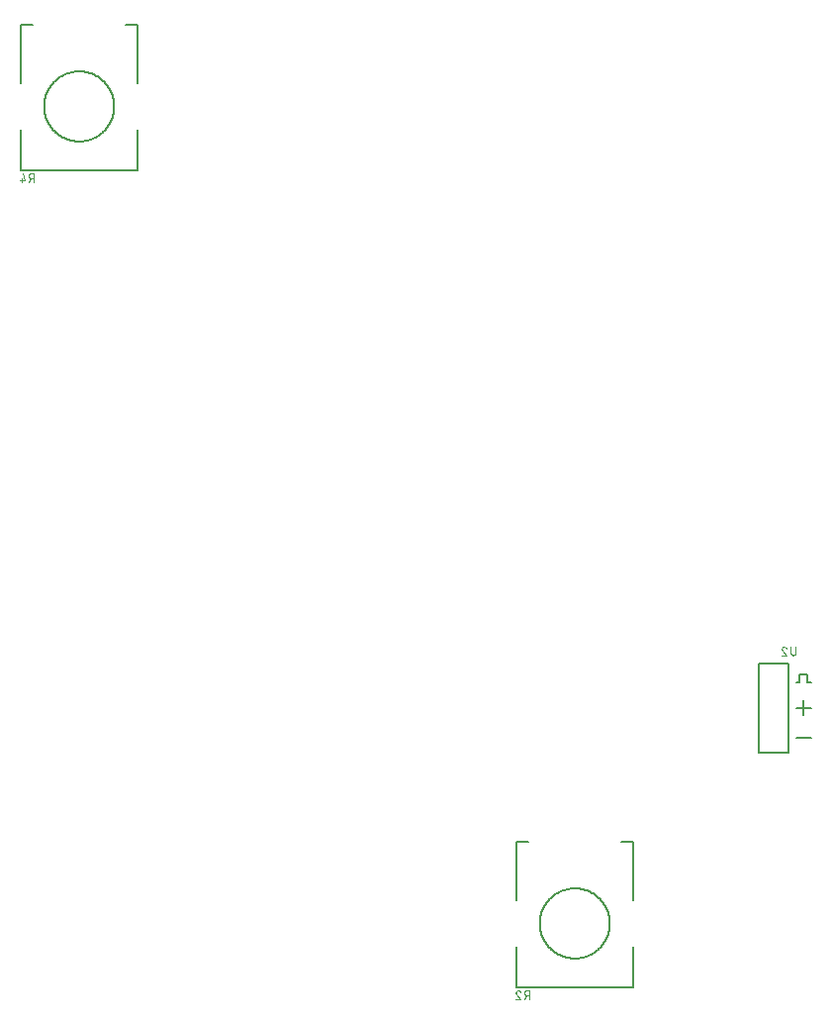
<source format=gbr>
G04 EAGLE Gerber RS-274X export*
G75*
%MOMM*%
%FSLAX34Y34*%
%LPD*%
%INSilkscreen Bottom*%
%IPPOS*%
%AMOC8*
5,1,8,0,0,1.08239X$1,22.5*%
G01*
%ADD10C,0.127000*%
%ADD11C,0.076200*%
%ADD12C,0.101600*%


D10*
X551980Y193040D02*
X551980Y143040D01*
X551980Y103040D02*
X551980Y68040D01*
X651980Y68040D01*
X651980Y103040D01*
X651980Y143040D02*
X651980Y193040D01*
X641980Y193040D01*
X561980Y193040D02*
X551980Y193040D01*
X571980Y123040D02*
X571989Y123776D01*
X572016Y124512D01*
X572061Y125247D01*
X572124Y125981D01*
X572206Y126712D01*
X572305Y127442D01*
X572422Y128169D01*
X572556Y128893D01*
X572709Y129613D01*
X572879Y130329D01*
X573067Y131041D01*
X573272Y131749D01*
X573494Y132450D01*
X573734Y133147D01*
X573990Y133837D01*
X574264Y134521D01*
X574554Y135197D01*
X574860Y135867D01*
X575183Y136528D01*
X575522Y137182D01*
X575877Y137827D01*
X576248Y138463D01*
X576634Y139090D01*
X577036Y139707D01*
X577452Y140314D01*
X577884Y140911D01*
X578330Y141497D01*
X578790Y142072D01*
X579264Y142635D01*
X579751Y143187D01*
X580253Y143726D01*
X580767Y144253D01*
X581294Y144767D01*
X581833Y145269D01*
X582385Y145756D01*
X582948Y146230D01*
X583523Y146690D01*
X584109Y147136D01*
X584706Y147568D01*
X585313Y147984D01*
X585930Y148386D01*
X586557Y148772D01*
X587193Y149143D01*
X587838Y149498D01*
X588492Y149837D01*
X589153Y150160D01*
X589823Y150466D01*
X590499Y150756D01*
X591183Y151030D01*
X591873Y151286D01*
X592570Y151526D01*
X593271Y151748D01*
X593979Y151953D01*
X594691Y152141D01*
X595407Y152311D01*
X596127Y152464D01*
X596851Y152598D01*
X597578Y152715D01*
X598308Y152814D01*
X599039Y152896D01*
X599773Y152959D01*
X600508Y153004D01*
X601244Y153031D01*
X601980Y153040D01*
X602716Y153031D01*
X603452Y153004D01*
X604187Y152959D01*
X604921Y152896D01*
X605652Y152814D01*
X606382Y152715D01*
X607109Y152598D01*
X607833Y152464D01*
X608553Y152311D01*
X609269Y152141D01*
X609981Y151953D01*
X610689Y151748D01*
X611390Y151526D01*
X612087Y151286D01*
X612777Y151030D01*
X613461Y150756D01*
X614137Y150466D01*
X614807Y150160D01*
X615468Y149837D01*
X616122Y149498D01*
X616767Y149143D01*
X617403Y148772D01*
X618030Y148386D01*
X618647Y147984D01*
X619254Y147568D01*
X619851Y147136D01*
X620437Y146690D01*
X621012Y146230D01*
X621575Y145756D01*
X622127Y145269D01*
X622666Y144767D01*
X623193Y144253D01*
X623707Y143726D01*
X624209Y143187D01*
X624696Y142635D01*
X625170Y142072D01*
X625630Y141497D01*
X626076Y140911D01*
X626508Y140314D01*
X626924Y139707D01*
X627326Y139090D01*
X627712Y138463D01*
X628083Y137827D01*
X628438Y137182D01*
X628777Y136528D01*
X629100Y135867D01*
X629406Y135197D01*
X629696Y134521D01*
X629970Y133837D01*
X630226Y133147D01*
X630466Y132450D01*
X630688Y131749D01*
X630893Y131041D01*
X631081Y130329D01*
X631251Y129613D01*
X631404Y128893D01*
X631538Y128169D01*
X631655Y127442D01*
X631754Y126712D01*
X631836Y125981D01*
X631899Y125247D01*
X631944Y124512D01*
X631971Y123776D01*
X631980Y123040D01*
X631971Y122304D01*
X631944Y121568D01*
X631899Y120833D01*
X631836Y120099D01*
X631754Y119368D01*
X631655Y118638D01*
X631538Y117911D01*
X631404Y117187D01*
X631251Y116467D01*
X631081Y115751D01*
X630893Y115039D01*
X630688Y114331D01*
X630466Y113630D01*
X630226Y112933D01*
X629970Y112243D01*
X629696Y111559D01*
X629406Y110883D01*
X629100Y110213D01*
X628777Y109552D01*
X628438Y108898D01*
X628083Y108253D01*
X627712Y107617D01*
X627326Y106990D01*
X626924Y106373D01*
X626508Y105766D01*
X626076Y105169D01*
X625630Y104583D01*
X625170Y104008D01*
X624696Y103445D01*
X624209Y102893D01*
X623707Y102354D01*
X623193Y101827D01*
X622666Y101313D01*
X622127Y100811D01*
X621575Y100324D01*
X621012Y99850D01*
X620437Y99390D01*
X619851Y98944D01*
X619254Y98512D01*
X618647Y98096D01*
X618030Y97694D01*
X617403Y97308D01*
X616767Y96937D01*
X616122Y96582D01*
X615468Y96243D01*
X614807Y95920D01*
X614137Y95614D01*
X613461Y95324D01*
X612777Y95050D01*
X612087Y94794D01*
X611390Y94554D01*
X610689Y94332D01*
X609981Y94127D01*
X609269Y93939D01*
X608553Y93769D01*
X607833Y93616D01*
X607109Y93482D01*
X606382Y93365D01*
X605652Y93266D01*
X604921Y93184D01*
X604187Y93121D01*
X603452Y93076D01*
X602716Y93049D01*
X601980Y93040D01*
X601244Y93049D01*
X600508Y93076D01*
X599773Y93121D01*
X599039Y93184D01*
X598308Y93266D01*
X597578Y93365D01*
X596851Y93482D01*
X596127Y93616D01*
X595407Y93769D01*
X594691Y93939D01*
X593979Y94127D01*
X593271Y94332D01*
X592570Y94554D01*
X591873Y94794D01*
X591183Y95050D01*
X590499Y95324D01*
X589823Y95614D01*
X589153Y95920D01*
X588492Y96243D01*
X587838Y96582D01*
X587193Y96937D01*
X586557Y97308D01*
X585930Y97694D01*
X585313Y98096D01*
X584706Y98512D01*
X584109Y98944D01*
X583523Y99390D01*
X582948Y99850D01*
X582385Y100324D01*
X581833Y100811D01*
X581294Y101313D01*
X580767Y101827D01*
X580253Y102354D01*
X579751Y102893D01*
X579264Y103445D01*
X578790Y104008D01*
X578330Y104583D01*
X577884Y105169D01*
X577452Y105766D01*
X577036Y106373D01*
X576634Y106990D01*
X576248Y107617D01*
X575877Y108253D01*
X575522Y108898D01*
X575183Y109552D01*
X574860Y110213D01*
X574554Y110883D01*
X574264Y111559D01*
X573990Y112243D01*
X573734Y112933D01*
X573494Y113630D01*
X573272Y114331D01*
X573067Y115039D01*
X572879Y115751D01*
X572709Y116467D01*
X572556Y117187D01*
X572422Y117911D01*
X572305Y118638D01*
X572206Y119368D01*
X572124Y120099D01*
X572061Y120833D01*
X572016Y121568D01*
X571989Y122304D01*
X571980Y123040D01*
D11*
X562917Y65659D02*
X562917Y58293D01*
X562917Y65659D02*
X560871Y65659D01*
X560782Y65657D01*
X560693Y65651D01*
X560604Y65641D01*
X560516Y65628D01*
X560428Y65611D01*
X560341Y65589D01*
X560256Y65564D01*
X560171Y65536D01*
X560088Y65503D01*
X560006Y65467D01*
X559926Y65428D01*
X559848Y65385D01*
X559772Y65339D01*
X559697Y65289D01*
X559625Y65236D01*
X559556Y65180D01*
X559489Y65121D01*
X559424Y65060D01*
X559363Y64995D01*
X559304Y64928D01*
X559248Y64859D01*
X559195Y64787D01*
X559145Y64712D01*
X559099Y64636D01*
X559056Y64558D01*
X559017Y64478D01*
X558981Y64396D01*
X558948Y64313D01*
X558920Y64228D01*
X558895Y64143D01*
X558873Y64056D01*
X558856Y63968D01*
X558843Y63880D01*
X558833Y63791D01*
X558827Y63702D01*
X558825Y63613D01*
X558827Y63524D01*
X558833Y63435D01*
X558843Y63346D01*
X558856Y63258D01*
X558873Y63170D01*
X558895Y63083D01*
X558920Y62998D01*
X558948Y62913D01*
X558981Y62830D01*
X559017Y62748D01*
X559056Y62668D01*
X559099Y62590D01*
X559145Y62514D01*
X559195Y62439D01*
X559248Y62367D01*
X559304Y62298D01*
X559363Y62231D01*
X559424Y62166D01*
X559489Y62105D01*
X559556Y62046D01*
X559625Y61990D01*
X559697Y61937D01*
X559772Y61887D01*
X559848Y61841D01*
X559926Y61798D01*
X560006Y61759D01*
X560088Y61723D01*
X560171Y61690D01*
X560256Y61662D01*
X560341Y61637D01*
X560428Y61615D01*
X560516Y61598D01*
X560604Y61585D01*
X560693Y61575D01*
X560782Y61569D01*
X560871Y61567D01*
X562917Y61567D01*
X560462Y61567D02*
X558825Y58293D01*
X551561Y63818D02*
X551563Y63903D01*
X551569Y63988D01*
X551579Y64072D01*
X551592Y64156D01*
X551610Y64240D01*
X551631Y64322D01*
X551656Y64403D01*
X551685Y64483D01*
X551718Y64562D01*
X551754Y64639D01*
X551794Y64714D01*
X551837Y64788D01*
X551883Y64859D01*
X551933Y64928D01*
X551986Y64995D01*
X552042Y65059D01*
X552101Y65120D01*
X552162Y65179D01*
X552226Y65235D01*
X552293Y65288D01*
X552362Y65338D01*
X552433Y65384D01*
X552507Y65427D01*
X552582Y65467D01*
X552659Y65503D01*
X552738Y65536D01*
X552818Y65565D01*
X552899Y65590D01*
X552981Y65611D01*
X553065Y65629D01*
X553149Y65642D01*
X553233Y65652D01*
X553318Y65658D01*
X553403Y65660D01*
X553403Y65659D02*
X553499Y65657D01*
X553595Y65651D01*
X553690Y65641D01*
X553785Y65628D01*
X553880Y65610D01*
X553973Y65589D01*
X554066Y65564D01*
X554157Y65535D01*
X554248Y65503D01*
X554337Y65467D01*
X554424Y65427D01*
X554510Y65384D01*
X554594Y65338D01*
X554676Y65288D01*
X554756Y65234D01*
X554833Y65178D01*
X554908Y65118D01*
X554981Y65056D01*
X555051Y64990D01*
X555119Y64922D01*
X555184Y64851D01*
X555245Y64778D01*
X555304Y64702D01*
X555360Y64623D01*
X555412Y64543D01*
X555461Y64460D01*
X555507Y64376D01*
X555549Y64290D01*
X555587Y64202D01*
X555622Y64113D01*
X555654Y64022D01*
X552175Y62386D02*
X552115Y62445D01*
X552058Y62507D01*
X552003Y62571D01*
X551952Y62638D01*
X551903Y62707D01*
X551857Y62777D01*
X551814Y62850D01*
X551774Y62924D01*
X551738Y63000D01*
X551705Y63078D01*
X551675Y63157D01*
X551648Y63237D01*
X551625Y63318D01*
X551606Y63400D01*
X551590Y63482D01*
X551577Y63566D01*
X551568Y63650D01*
X551563Y63734D01*
X551561Y63818D01*
X552175Y62385D02*
X555653Y58293D01*
X551561Y58293D01*
D10*
X127800Y841540D02*
X127800Y891540D01*
X127800Y801540D02*
X127800Y766540D01*
X227800Y766540D01*
X227800Y801540D01*
X227800Y841540D02*
X227800Y891540D01*
X217800Y891540D01*
X137800Y891540D02*
X127800Y891540D01*
X147800Y821540D02*
X147809Y822276D01*
X147836Y823012D01*
X147881Y823747D01*
X147944Y824481D01*
X148026Y825212D01*
X148125Y825942D01*
X148242Y826669D01*
X148376Y827393D01*
X148529Y828113D01*
X148699Y828829D01*
X148887Y829541D01*
X149092Y830249D01*
X149314Y830950D01*
X149554Y831647D01*
X149810Y832337D01*
X150084Y833021D01*
X150374Y833697D01*
X150680Y834367D01*
X151003Y835028D01*
X151342Y835682D01*
X151697Y836327D01*
X152068Y836963D01*
X152454Y837590D01*
X152856Y838207D01*
X153272Y838814D01*
X153704Y839411D01*
X154150Y839997D01*
X154610Y840572D01*
X155084Y841135D01*
X155571Y841687D01*
X156073Y842226D01*
X156587Y842753D01*
X157114Y843267D01*
X157653Y843769D01*
X158205Y844256D01*
X158768Y844730D01*
X159343Y845190D01*
X159929Y845636D01*
X160526Y846068D01*
X161133Y846484D01*
X161750Y846886D01*
X162377Y847272D01*
X163013Y847643D01*
X163658Y847998D01*
X164312Y848337D01*
X164973Y848660D01*
X165643Y848966D01*
X166319Y849256D01*
X167003Y849530D01*
X167693Y849786D01*
X168390Y850026D01*
X169091Y850248D01*
X169799Y850453D01*
X170511Y850641D01*
X171227Y850811D01*
X171947Y850964D01*
X172671Y851098D01*
X173398Y851215D01*
X174128Y851314D01*
X174859Y851396D01*
X175593Y851459D01*
X176328Y851504D01*
X177064Y851531D01*
X177800Y851540D01*
X178536Y851531D01*
X179272Y851504D01*
X180007Y851459D01*
X180741Y851396D01*
X181472Y851314D01*
X182202Y851215D01*
X182929Y851098D01*
X183653Y850964D01*
X184373Y850811D01*
X185089Y850641D01*
X185801Y850453D01*
X186509Y850248D01*
X187210Y850026D01*
X187907Y849786D01*
X188597Y849530D01*
X189281Y849256D01*
X189957Y848966D01*
X190627Y848660D01*
X191288Y848337D01*
X191942Y847998D01*
X192587Y847643D01*
X193223Y847272D01*
X193850Y846886D01*
X194467Y846484D01*
X195074Y846068D01*
X195671Y845636D01*
X196257Y845190D01*
X196832Y844730D01*
X197395Y844256D01*
X197947Y843769D01*
X198486Y843267D01*
X199013Y842753D01*
X199527Y842226D01*
X200029Y841687D01*
X200516Y841135D01*
X200990Y840572D01*
X201450Y839997D01*
X201896Y839411D01*
X202328Y838814D01*
X202744Y838207D01*
X203146Y837590D01*
X203532Y836963D01*
X203903Y836327D01*
X204258Y835682D01*
X204597Y835028D01*
X204920Y834367D01*
X205226Y833697D01*
X205516Y833021D01*
X205790Y832337D01*
X206046Y831647D01*
X206286Y830950D01*
X206508Y830249D01*
X206713Y829541D01*
X206901Y828829D01*
X207071Y828113D01*
X207224Y827393D01*
X207358Y826669D01*
X207475Y825942D01*
X207574Y825212D01*
X207656Y824481D01*
X207719Y823747D01*
X207764Y823012D01*
X207791Y822276D01*
X207800Y821540D01*
X207791Y820804D01*
X207764Y820068D01*
X207719Y819333D01*
X207656Y818599D01*
X207574Y817868D01*
X207475Y817138D01*
X207358Y816411D01*
X207224Y815687D01*
X207071Y814967D01*
X206901Y814251D01*
X206713Y813539D01*
X206508Y812831D01*
X206286Y812130D01*
X206046Y811433D01*
X205790Y810743D01*
X205516Y810059D01*
X205226Y809383D01*
X204920Y808713D01*
X204597Y808052D01*
X204258Y807398D01*
X203903Y806753D01*
X203532Y806117D01*
X203146Y805490D01*
X202744Y804873D01*
X202328Y804266D01*
X201896Y803669D01*
X201450Y803083D01*
X200990Y802508D01*
X200516Y801945D01*
X200029Y801393D01*
X199527Y800854D01*
X199013Y800327D01*
X198486Y799813D01*
X197947Y799311D01*
X197395Y798824D01*
X196832Y798350D01*
X196257Y797890D01*
X195671Y797444D01*
X195074Y797012D01*
X194467Y796596D01*
X193850Y796194D01*
X193223Y795808D01*
X192587Y795437D01*
X191942Y795082D01*
X191288Y794743D01*
X190627Y794420D01*
X189957Y794114D01*
X189281Y793824D01*
X188597Y793550D01*
X187907Y793294D01*
X187210Y793054D01*
X186509Y792832D01*
X185801Y792627D01*
X185089Y792439D01*
X184373Y792269D01*
X183653Y792116D01*
X182929Y791982D01*
X182202Y791865D01*
X181472Y791766D01*
X180741Y791684D01*
X180007Y791621D01*
X179272Y791576D01*
X178536Y791549D01*
X177800Y791540D01*
X177064Y791549D01*
X176328Y791576D01*
X175593Y791621D01*
X174859Y791684D01*
X174128Y791766D01*
X173398Y791865D01*
X172671Y791982D01*
X171947Y792116D01*
X171227Y792269D01*
X170511Y792439D01*
X169799Y792627D01*
X169091Y792832D01*
X168390Y793054D01*
X167693Y793294D01*
X167003Y793550D01*
X166319Y793824D01*
X165643Y794114D01*
X164973Y794420D01*
X164312Y794743D01*
X163658Y795082D01*
X163013Y795437D01*
X162377Y795808D01*
X161750Y796194D01*
X161133Y796596D01*
X160526Y797012D01*
X159929Y797444D01*
X159343Y797890D01*
X158768Y798350D01*
X158205Y798824D01*
X157653Y799311D01*
X157114Y799813D01*
X156587Y800327D01*
X156073Y800854D01*
X155571Y801393D01*
X155084Y801945D01*
X154610Y802508D01*
X154150Y803083D01*
X153704Y803669D01*
X153272Y804266D01*
X152856Y804873D01*
X152454Y805490D01*
X152068Y806117D01*
X151697Y806753D01*
X151342Y807398D01*
X151003Y808052D01*
X150680Y808713D01*
X150374Y809383D01*
X150084Y810059D01*
X149810Y810743D01*
X149554Y811433D01*
X149314Y812130D01*
X149092Y812831D01*
X148887Y813539D01*
X148699Y814251D01*
X148529Y814967D01*
X148376Y815687D01*
X148242Y816411D01*
X148125Y817138D01*
X148026Y817868D01*
X147944Y818599D01*
X147881Y819333D01*
X147836Y820068D01*
X147809Y820804D01*
X147800Y821540D01*
D11*
X138737Y764159D02*
X138737Y756793D01*
X138737Y764159D02*
X136691Y764159D01*
X136602Y764157D01*
X136513Y764151D01*
X136424Y764141D01*
X136336Y764128D01*
X136248Y764111D01*
X136161Y764089D01*
X136076Y764064D01*
X135991Y764036D01*
X135908Y764003D01*
X135826Y763967D01*
X135746Y763928D01*
X135668Y763885D01*
X135592Y763839D01*
X135517Y763789D01*
X135445Y763736D01*
X135376Y763680D01*
X135309Y763621D01*
X135244Y763560D01*
X135183Y763495D01*
X135124Y763428D01*
X135068Y763359D01*
X135015Y763287D01*
X134965Y763212D01*
X134919Y763136D01*
X134876Y763058D01*
X134837Y762978D01*
X134801Y762896D01*
X134768Y762813D01*
X134740Y762728D01*
X134715Y762643D01*
X134693Y762556D01*
X134676Y762468D01*
X134663Y762380D01*
X134653Y762291D01*
X134647Y762202D01*
X134645Y762113D01*
X134647Y762024D01*
X134653Y761935D01*
X134663Y761846D01*
X134676Y761758D01*
X134693Y761670D01*
X134715Y761583D01*
X134740Y761498D01*
X134768Y761413D01*
X134801Y761330D01*
X134837Y761248D01*
X134876Y761168D01*
X134919Y761090D01*
X134965Y761014D01*
X135015Y760939D01*
X135068Y760867D01*
X135124Y760798D01*
X135183Y760731D01*
X135244Y760666D01*
X135309Y760605D01*
X135376Y760546D01*
X135445Y760490D01*
X135517Y760437D01*
X135592Y760387D01*
X135668Y760341D01*
X135746Y760298D01*
X135826Y760259D01*
X135908Y760223D01*
X135991Y760190D01*
X136076Y760162D01*
X136161Y760137D01*
X136248Y760115D01*
X136336Y760098D01*
X136424Y760085D01*
X136513Y760075D01*
X136602Y760069D01*
X136691Y760067D01*
X138737Y760067D01*
X136282Y760067D02*
X134645Y756793D01*
X131473Y758430D02*
X129836Y764159D01*
X131473Y758430D02*
X127381Y758430D01*
X128609Y760067D02*
X128609Y756793D01*
D10*
X759460Y345440D02*
X784860Y345440D01*
X759460Y345440D02*
X759460Y269240D01*
X784860Y269240D01*
X784860Y345440D01*
X797560Y313690D02*
X797560Y300990D01*
X803910Y307340D02*
X791210Y307340D01*
X791210Y281940D02*
X803910Y281940D01*
X803910Y329565D02*
X800735Y329565D01*
X800735Y335915D01*
X794385Y335915D01*
X794385Y329565D01*
X791210Y329565D01*
D12*
X790702Y354274D02*
X790702Y359410D01*
X790702Y354274D02*
X790700Y354187D01*
X790694Y354099D01*
X790685Y354012D01*
X790671Y353926D01*
X790654Y353840D01*
X790633Y353756D01*
X790608Y353672D01*
X790579Y353589D01*
X790547Y353508D01*
X790512Y353428D01*
X790473Y353350D01*
X790430Y353273D01*
X790384Y353199D01*
X790335Y353127D01*
X790283Y353057D01*
X790227Y352989D01*
X790169Y352924D01*
X790108Y352861D01*
X790044Y352802D01*
X789977Y352745D01*
X789909Y352691D01*
X789837Y352640D01*
X789764Y352593D01*
X789689Y352548D01*
X789611Y352507D01*
X789532Y352470D01*
X789452Y352436D01*
X789370Y352406D01*
X789287Y352379D01*
X789202Y352356D01*
X789117Y352337D01*
X789031Y352322D01*
X788944Y352310D01*
X788857Y352302D01*
X788770Y352298D01*
X788682Y352298D01*
X788595Y352302D01*
X788508Y352310D01*
X788421Y352322D01*
X788335Y352337D01*
X788250Y352356D01*
X788165Y352379D01*
X788082Y352406D01*
X788000Y352436D01*
X787920Y352470D01*
X787841Y352507D01*
X787763Y352548D01*
X787688Y352593D01*
X787615Y352640D01*
X787543Y352691D01*
X787475Y352745D01*
X787408Y352802D01*
X787344Y352861D01*
X787283Y352924D01*
X787225Y352989D01*
X787169Y353057D01*
X787117Y353127D01*
X787068Y353199D01*
X787022Y353273D01*
X786979Y353350D01*
X786940Y353428D01*
X786905Y353508D01*
X786873Y353589D01*
X786844Y353672D01*
X786819Y353756D01*
X786798Y353840D01*
X786781Y353926D01*
X786767Y354012D01*
X786758Y354099D01*
X786752Y354187D01*
X786750Y354274D01*
X786751Y354274D02*
X786751Y359410D01*
X780970Y359410D02*
X780888Y359408D01*
X780806Y359402D01*
X780724Y359393D01*
X780643Y359380D01*
X780563Y359363D01*
X780483Y359342D01*
X780405Y359318D01*
X780328Y359290D01*
X780252Y359259D01*
X780177Y359224D01*
X780105Y359185D01*
X780034Y359144D01*
X779965Y359099D01*
X779899Y359051D01*
X779834Y359000D01*
X779772Y358946D01*
X779713Y358889D01*
X779656Y358830D01*
X779602Y358768D01*
X779551Y358703D01*
X779503Y358637D01*
X779458Y358568D01*
X779417Y358497D01*
X779378Y358425D01*
X779343Y358350D01*
X779312Y358274D01*
X779284Y358197D01*
X779260Y358119D01*
X779239Y358039D01*
X779222Y357959D01*
X779209Y357878D01*
X779200Y357796D01*
X779194Y357714D01*
X779192Y357632D01*
X780970Y359410D02*
X781063Y359408D01*
X781155Y359402D01*
X781247Y359393D01*
X781339Y359380D01*
X781430Y359363D01*
X781520Y359343D01*
X781610Y359319D01*
X781698Y359291D01*
X781786Y359259D01*
X781871Y359225D01*
X781956Y359186D01*
X782038Y359145D01*
X782119Y359100D01*
X782199Y359051D01*
X782276Y359000D01*
X782351Y358946D01*
X782423Y358888D01*
X782494Y358828D01*
X782561Y358764D01*
X782626Y358699D01*
X782689Y358630D01*
X782748Y358559D01*
X782805Y358486D01*
X782859Y358410D01*
X782909Y358333D01*
X782957Y358253D01*
X783001Y358171D01*
X783041Y358088D01*
X783079Y358003D01*
X783113Y357917D01*
X783143Y357830D01*
X779785Y356249D02*
X779724Y356310D01*
X779666Y356373D01*
X779611Y356439D01*
X779558Y356507D01*
X779509Y356578D01*
X779464Y356650D01*
X779421Y356725D01*
X779382Y356801D01*
X779346Y356880D01*
X779314Y356959D01*
X779286Y357040D01*
X779261Y357123D01*
X779240Y357206D01*
X779223Y357290D01*
X779209Y357375D01*
X779200Y357460D01*
X779194Y357546D01*
X779192Y357632D01*
X779785Y356249D02*
X783143Y352298D01*
X779192Y352298D01*
M02*

</source>
